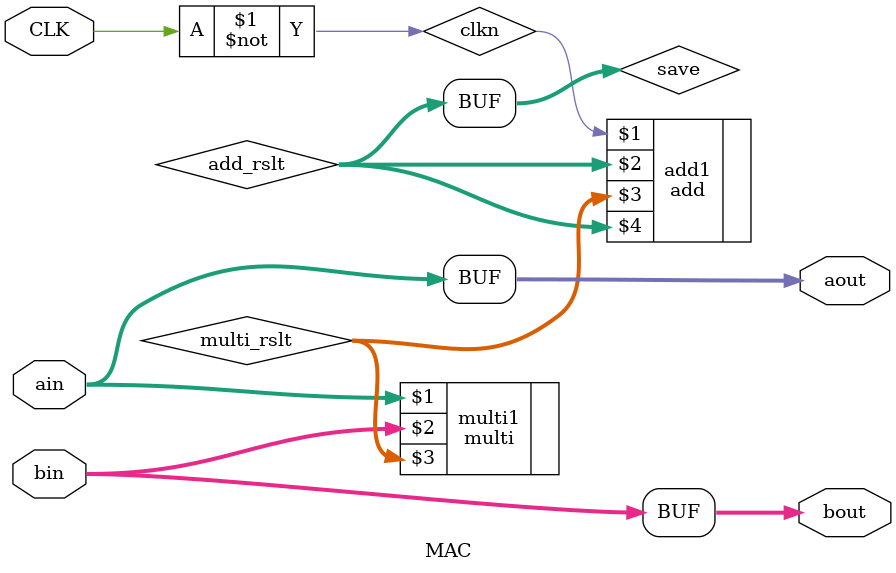
<source format=v>
`timescale 1ns / 1ps


module MAC(input CLK,input [7:0] ain,input [7:0] bin, output [7:0] aout, output [7:0] bout);
    reg [7:0] save;
    wire [7:0] multi_rslt;
    wire [7:0] add_rslt;
    wire clkn;
    assign clkn = ~CLK;
    initial 
    save = 0;
    
    multi multi1(ain,bin,multi_rslt);
    add add1 (clkn,save,multi_rslt ,add_rslt);
    
    always @(*)
    begin
    save = add_rslt;
    end
assign aout = ain;
assign bout = bin;
endmodule

</source>
